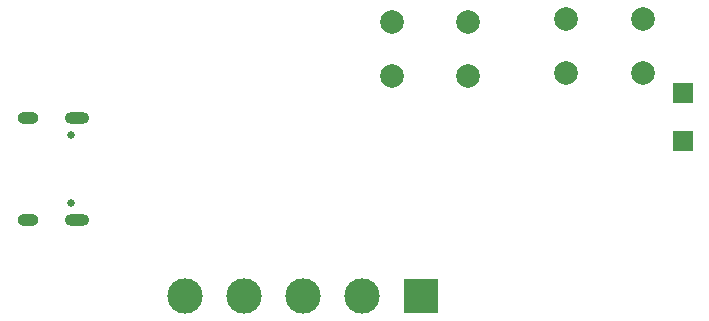
<source format=gbr>
%TF.GenerationSoftware,KiCad,Pcbnew,8.0.5*%
%TF.CreationDate,2024-11-06T17:44:16-08:00*%
%TF.ProjectId,PCB Board and Schematic,50434220-426f-4617-9264-20616e642053,rev?*%
%TF.SameCoordinates,Original*%
%TF.FileFunction,Soldermask,Bot*%
%TF.FilePolarity,Negative*%
%FSLAX46Y46*%
G04 Gerber Fmt 4.6, Leading zero omitted, Abs format (unit mm)*
G04 Created by KiCad (PCBNEW 8.0.5) date 2024-11-06 17:44:16*
%MOMM*%
%LPD*%
G01*
G04 APERTURE LIST*
%ADD10R,3.000000X3.000000*%
%ADD11C,3.000000*%
%ADD12C,2.000000*%
%ADD13R,1.700000X1.700000*%
%ADD14C,0.650000*%
%ADD15O,2.100000X1.000000*%
%ADD16O,1.800000X1.000000*%
G04 APERTURE END LIST*
D10*
%TO.C,J4*%
X136007500Y-78132500D03*
D11*
X131007500Y-78132500D03*
X126007500Y-78132500D03*
X121007500Y-78132500D03*
X116007500Y-78132500D03*
%TD*%
D12*
%TO.C,SW1*%
X133500000Y-55000000D03*
X140000000Y-55000000D03*
X133500000Y-59500000D03*
X140000000Y-59500000D03*
%TD*%
D13*
%TO.C,J2*%
X158125000Y-65000000D03*
%TD*%
D12*
%TO.C,SW3*%
X148250000Y-54750000D03*
X154750000Y-54750000D03*
X148250000Y-59250000D03*
X154750000Y-59250000D03*
%TD*%
D13*
%TO.C,J3*%
X158125000Y-61000000D03*
%TD*%
D14*
%TO.C,J1*%
X106350000Y-64525000D03*
X106350000Y-70305000D03*
D15*
X106850000Y-63095000D03*
D16*
X102670000Y-63095000D03*
D15*
X106850000Y-71735000D03*
D16*
X102670000Y-71735000D03*
%TD*%
M02*

</source>
